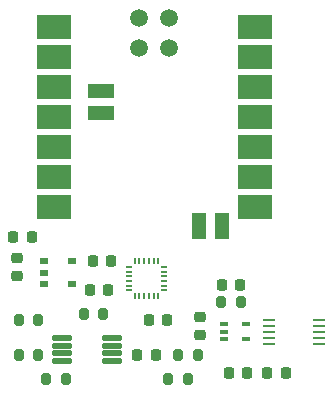
<source format=gbr>
%TF.GenerationSoftware,KiCad,Pcbnew,9.0.4*%
%TF.CreationDate,2025-10-05T21:59:59-04:00*%
%TF.ProjectId,Perpetuality,50657270-6574-4756-916c-6974792e6b69,rev?*%
%TF.SameCoordinates,Original*%
%TF.FileFunction,Paste,Top*%
%TF.FilePolarity,Positive*%
%FSLAX46Y46*%
G04 Gerber Fmt 4.6, Leading zero omitted, Abs format (unit mm)*
G04 Created by KiCad (PCBNEW 9.0.4) date 2025-10-05 21:59:59*
%MOMM*%
%LPD*%
G01*
G04 APERTURE LIST*
G04 Aperture macros list*
%AMRoundRect*
0 Rectangle with rounded corners*
0 $1 Rounding radius*
0 $2 $3 $4 $5 $6 $7 $8 $9 X,Y pos of 4 corners*
0 Add a 4 corners polygon primitive as box body*
4,1,4,$2,$3,$4,$5,$6,$7,$8,$9,$2,$3,0*
0 Add four circle primitives for the rounded corners*
1,1,$1+$1,$2,$3*
1,1,$1+$1,$4,$5*
1,1,$1+$1,$6,$7*
1,1,$1+$1,$8,$9*
0 Add four rect primitives between the rounded corners*
20,1,$1+$1,$2,$3,$4,$5,0*
20,1,$1+$1,$4,$5,$6,$7,0*
20,1,$1+$1,$6,$7,$8,$9,0*
20,1,$1+$1,$8,$9,$2,$3,0*%
G04 Aperture macros list end*
%ADD10RoundRect,0.050000X0.050000X-0.225000X0.050000X0.225000X-0.050000X0.225000X-0.050000X-0.225000X0*%
%ADD11RoundRect,0.050000X-0.225000X-0.050000X0.225000X-0.050000X0.225000X0.050000X-0.225000X0.050000X0*%
%ADD12RoundRect,0.225000X-0.225000X-0.250000X0.225000X-0.250000X0.225000X0.250000X-0.225000X0.250000X0*%
%ADD13R,0.700000X0.510000*%
%ADD14O,1.150000X0.249999*%
%ADD15RoundRect,0.100000X-0.225000X-0.100000X0.225000X-0.100000X0.225000X0.100000X-0.225000X0.100000X0*%
%ADD16RoundRect,0.125000X-0.687500X-0.125000X0.687500X-0.125000X0.687500X0.125000X-0.687500X0.125000X0*%
%ADD17R,3.000000X2.000000*%
%ADD18RoundRect,0.750000X-0.000010X-0.000010X0.000010X-0.000010X0.000010X0.000010X-0.000010X0.000010X0*%
%ADD19R,1.300000X2.300000*%
%ADD20R,2.300000X1.300000*%
%ADD21RoundRect,0.200000X-0.200000X-0.275000X0.200000X-0.275000X0.200000X0.275000X-0.200000X0.275000X0*%
%ADD22RoundRect,0.200000X0.200000X0.275000X-0.200000X0.275000X-0.200000X-0.275000X0.200000X-0.275000X0*%
%ADD23RoundRect,0.225000X-0.250000X0.225000X-0.250000X-0.225000X0.250000X-0.225000X0.250000X0.225000X0*%
%ADD24RoundRect,0.225000X0.225000X0.250000X-0.225000X0.250000X-0.225000X-0.250000X0.225000X-0.250000X0*%
G04 APERTURE END LIST*
D10*
%TO.C,U3*%
X66000000Y-88500000D03*
X66400000Y-88500000D03*
X66800000Y-88500000D03*
X67200000Y-88500000D03*
X67600000Y-88500000D03*
X68000000Y-88500000D03*
D11*
X68500000Y-89000000D03*
X68500000Y-89400000D03*
X68500000Y-89800000D03*
X68500000Y-90200000D03*
X68500000Y-90600000D03*
X68500000Y-91000000D03*
D10*
X68000000Y-91500000D03*
X67600000Y-91500000D03*
X67200000Y-91500000D03*
X66800000Y-91500000D03*
X66400000Y-91500000D03*
X66000000Y-91500000D03*
D11*
X65500000Y-91000000D03*
X65500000Y-90600000D03*
X65500000Y-90200000D03*
X65500000Y-89800000D03*
X65500000Y-89400000D03*
X65500000Y-89000000D03*
%TD*%
D12*
%TO.C,C5*%
X68775000Y-93500000D03*
X67225000Y-93500000D03*
%TD*%
D13*
%TO.C,U2*%
X58340000Y-88550000D03*
X58340000Y-89500000D03*
X58340000Y-90450000D03*
X60660000Y-90450000D03*
X60660000Y-88550000D03*
%TD*%
D14*
%TO.C,U6*%
X77375000Y-93499999D03*
X77375000Y-93999998D03*
X77375000Y-94500000D03*
X77375000Y-94999999D03*
X77375000Y-95500001D03*
X81625000Y-95500001D03*
X81625000Y-94999999D03*
X81625000Y-94500000D03*
X81625000Y-93999998D03*
X81625000Y-93499999D03*
%TD*%
D15*
%TO.C,U5*%
X73550000Y-93850000D03*
X73550000Y-94500000D03*
X73550000Y-95150000D03*
X75450000Y-95150000D03*
X75450000Y-93850000D03*
%TD*%
D16*
%TO.C,U4*%
X59887500Y-95025000D03*
X59887500Y-95675000D03*
X59887500Y-96325000D03*
X59887500Y-96975000D03*
X64112500Y-96975000D03*
X64112500Y-96325000D03*
X64112500Y-95675000D03*
X64112500Y-95025000D03*
%TD*%
D17*
%TO.C,U1*%
X59163500Y-68683500D03*
X59163500Y-71223500D03*
X59163500Y-73763500D03*
X59163500Y-76303500D03*
X59163500Y-78843500D03*
X59163500Y-81383500D03*
X59163500Y-83923500D03*
X76163500Y-83923500D03*
X76163500Y-81383500D03*
X76163500Y-78843500D03*
X76163500Y-76303500D03*
X76163500Y-73763500D03*
X76163500Y-71223500D03*
X76163500Y-68683500D03*
D18*
X66393500Y-67913500D03*
X68933500Y-67913500D03*
X66393500Y-70453500D03*
X68933500Y-70453500D03*
D19*
X71463500Y-85553500D03*
X73363500Y-85553500D03*
D20*
X63163500Y-74103500D03*
X63163500Y-76003500D03*
%TD*%
D21*
%TO.C,R7*%
X73350000Y-92000000D03*
X75000000Y-92000000D03*
%TD*%
%TO.C,R6*%
X69675000Y-96500000D03*
X71325000Y-96500000D03*
%TD*%
D22*
%TO.C,R5*%
X70500000Y-98500000D03*
X68850000Y-98500000D03*
%TD*%
D21*
%TO.C,R4*%
X58500000Y-98500000D03*
X60150000Y-98500000D03*
%TD*%
D22*
%TO.C,R3*%
X63325000Y-93000000D03*
X61675000Y-93000000D03*
%TD*%
D21*
%TO.C,R2*%
X56175000Y-93500000D03*
X57825000Y-93500000D03*
%TD*%
%TO.C,R1*%
X56175000Y-96500000D03*
X57825000Y-96500000D03*
%TD*%
D12*
%TO.C,C10*%
X73950000Y-98000000D03*
X75500000Y-98000000D03*
%TD*%
%TO.C,C9*%
X77225000Y-98000000D03*
X78775000Y-98000000D03*
%TD*%
D23*
%TO.C,C8*%
X71500000Y-93225000D03*
X71500000Y-94775000D03*
%TD*%
D12*
%TO.C,C7*%
X73400000Y-90500000D03*
X74950000Y-90500000D03*
%TD*%
%TO.C,C6*%
X66225000Y-96500000D03*
X67775000Y-96500000D03*
%TD*%
D24*
%TO.C,C4*%
X57275000Y-86500000D03*
X55725000Y-86500000D03*
%TD*%
D12*
%TO.C,C3*%
X62225000Y-91000000D03*
X63775000Y-91000000D03*
%TD*%
%TO.C,C2*%
X62450000Y-88500000D03*
X64000000Y-88500000D03*
%TD*%
D23*
%TO.C,C1*%
X56000000Y-88225000D03*
X56000000Y-89775000D03*
%TD*%
M02*

</source>
